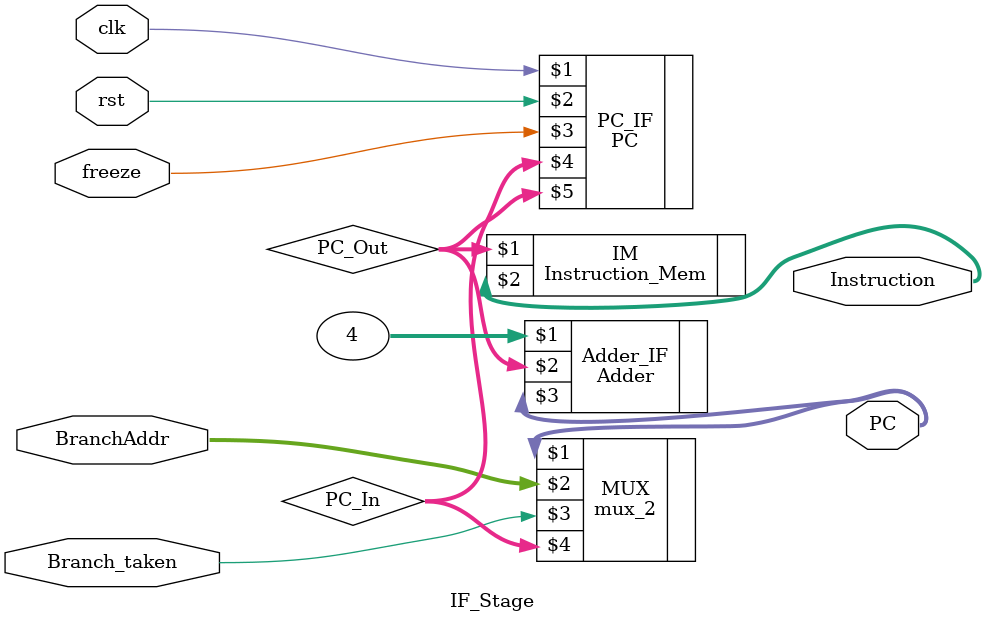
<source format=v>
module IF_Stage(
    input clk, rst, freeze, Branch_taken,
    input [31:0] BranchAddr,
    output [31:0] PC, Instruction
);

    wire [31:0] PC_In, PC_Out;

    mux_2 MUX(PC, BranchAddr, Branch_taken, PC_In);
    PC PC_IF(clk, rst, freeze, PC_In, PC_Out);
    Adder Adder_IF(32'd4, PC_Out, PC);
    Instruction_Mem IM(PC_Out, Instruction);

endmodule
</source>
